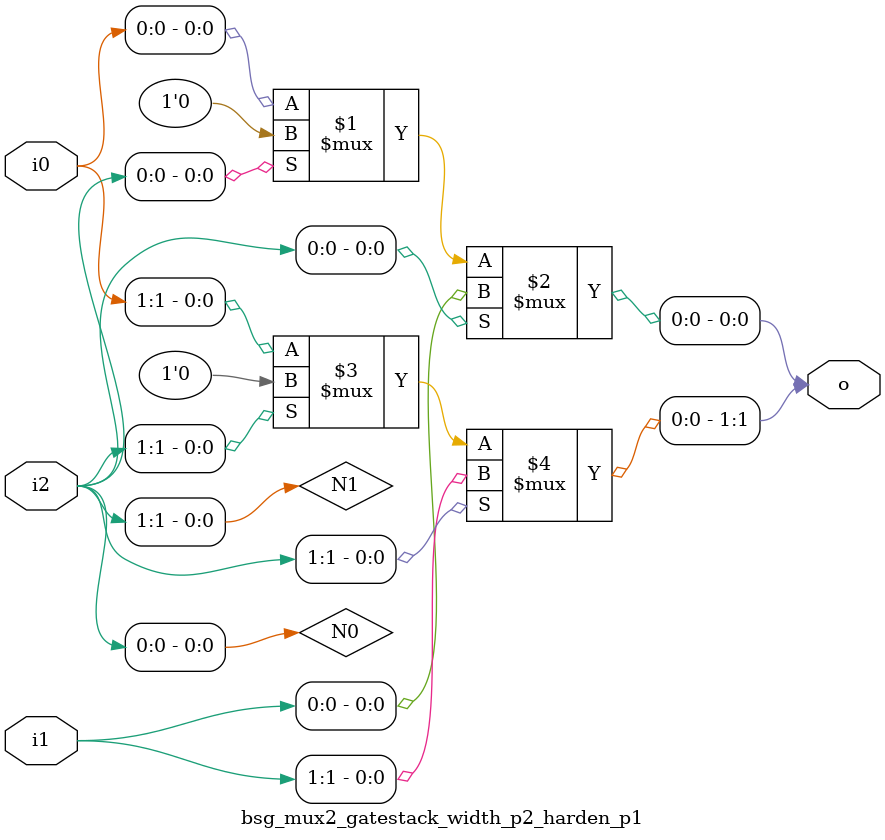
<source format=v>
module bsg_mux2_gatestack_width_p2_harden_p1
(
  i0,
  i1,
  i2,
  o
);
  input [1:0] i0;
  input [1:0] i1;
  input [1:0] i2;
  output [1:0] o;
  wire [1:0] o;
  wire N0,N1,N2,N3;
  assign o[0] = (N0)? i1[0] : 
                (N2)? i0[0] : 1'b0;
  assign N0 = i2[0];
  assign o[1] = (N1)? i1[1] : 
                (N3)? i0[1] : 1'b0;
  assign N1 = i2[1];
  assign N2 = ~i2[0];
  assign N3 = ~i2[1];
endmodule
</source>
